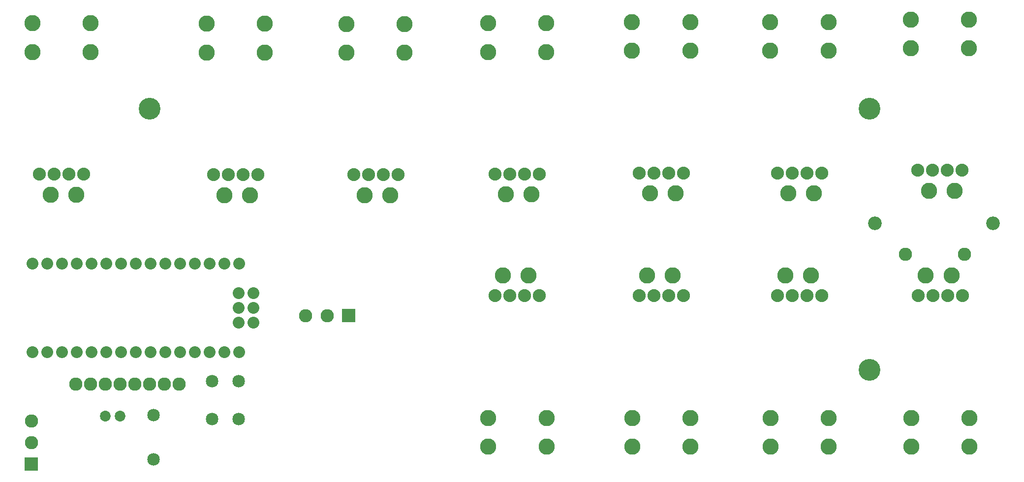
<source format=gts>
G04 MADE WITH FRITZING*
G04 WWW.FRITZING.ORG*
G04 DOUBLE SIDED*
G04 HOLES PLATED*
G04 CONTOUR ON CENTER OF CONTOUR VECTOR*
%ASAXBY*%
%FSLAX23Y23*%
%MOIN*%
%OFA0B0*%
%SFA1.0B1.0*%
%ADD10C,0.090000*%
%ADD11C,0.080000*%
%ADD12C,0.110000*%
%ADD13C,0.088000*%
%ADD14C,0.085000*%
%ADD15C,0.072992*%
%ADD16C,0.147795*%
%ADD17C,0.092000*%
%ADD18C,0.030000*%
%ADD19C,0.027000*%
%ADD20C,0.025748*%
%ADD21R,0.001000X0.001000*%
%LNMASK1*%
G90*
G70*
G54D10*
X581Y662D03*
X681Y662D03*
X781Y662D03*
X881Y662D03*
X981Y662D03*
X1081Y662D03*
X1181Y662D03*
X1281Y662D03*
G54D11*
X1689Y1478D03*
X1589Y1478D03*
X1489Y1478D03*
X1389Y1478D03*
X1289Y1478D03*
X1189Y1478D03*
X1089Y1478D03*
X989Y1478D03*
X889Y1478D03*
X789Y1478D03*
X689Y1478D03*
X589Y1478D03*
X489Y1478D03*
X389Y1478D03*
X289Y1478D03*
X1689Y878D03*
X1589Y878D03*
X1489Y878D03*
X1389Y878D03*
X1289Y878D03*
X1189Y878D03*
X1089Y878D03*
X989Y878D03*
X889Y878D03*
X789Y878D03*
X689Y878D03*
X589Y878D03*
X489Y878D03*
X389Y878D03*
X289Y878D03*
X1785Y1277D03*
X1685Y1277D03*
X1785Y1177D03*
X1685Y1177D03*
X1785Y1077D03*
X1685Y1077D03*
G54D12*
X411Y1945D03*
G54D13*
X337Y2083D03*
X437Y2083D03*
G54D12*
X585Y1945D03*
G54D13*
X537Y2083D03*
X637Y2083D03*
G54D12*
X683Y2910D03*
X683Y3106D03*
X289Y3106D03*
X289Y2910D03*
X1590Y1942D03*
G54D13*
X1516Y2080D03*
X1616Y2080D03*
G54D12*
X1763Y1941D03*
G54D13*
X1716Y2080D03*
X1816Y2080D03*
G54D12*
X1861Y2907D03*
X1861Y3103D03*
X1468Y3103D03*
X1468Y2907D03*
X6514Y1397D03*
G54D13*
X6588Y1259D03*
X6488Y1259D03*
G54D12*
X6340Y1398D03*
G54D13*
X6388Y1259D03*
X6288Y1259D03*
G54D12*
X6242Y432D03*
X6242Y236D03*
X6636Y236D03*
X6636Y432D03*
X5561Y1397D03*
G54D13*
X5635Y1259D03*
X5535Y1259D03*
G54D12*
X5388Y1398D03*
G54D13*
X5435Y1259D03*
X5335Y1259D03*
G54D12*
X5289Y432D03*
X5289Y236D03*
X5683Y236D03*
X5683Y432D03*
X4625Y1397D03*
G54D13*
X4699Y1259D03*
X4599Y1259D03*
G54D12*
X4451Y1398D03*
G54D13*
X4499Y1259D03*
X4399Y1259D03*
G54D12*
X4353Y432D03*
X4353Y236D03*
X4747Y236D03*
X4747Y432D03*
X3649Y1397D03*
G54D13*
X3723Y1259D03*
X3623Y1259D03*
G54D12*
X3476Y1398D03*
G54D13*
X3523Y1259D03*
X3423Y1259D03*
G54D12*
X3377Y432D03*
X3377Y236D03*
X3771Y236D03*
X3771Y432D03*
X6361Y1971D03*
G54D13*
X6287Y2109D03*
X6387Y2109D03*
G54D12*
X6535Y1970D03*
G54D13*
X6487Y2109D03*
X6587Y2109D03*
G54D12*
X6633Y2936D03*
X6633Y3132D03*
X6239Y3132D03*
X6239Y2936D03*
X5409Y1954D03*
G54D13*
X5335Y2092D03*
X5435Y2092D03*
G54D12*
X5582Y1954D03*
G54D13*
X5535Y2092D03*
X5635Y2092D03*
G54D12*
X5681Y2919D03*
X5681Y3115D03*
X5287Y3115D03*
X5287Y2919D03*
X4472Y1954D03*
G54D13*
X4398Y2092D03*
X4498Y2092D03*
G54D12*
X4646Y1954D03*
G54D13*
X4598Y2092D03*
X4698Y2092D03*
G54D12*
X4744Y2919D03*
X4744Y3115D03*
X4350Y3115D03*
X4350Y2919D03*
X3497Y1946D03*
G54D13*
X3423Y2084D03*
X3523Y2084D03*
G54D12*
X3670Y1946D03*
G54D13*
X3623Y2084D03*
X3723Y2084D03*
G54D12*
X3768Y2911D03*
X3768Y3107D03*
X3375Y3107D03*
X3375Y2911D03*
X2538Y1941D03*
G54D13*
X2464Y2079D03*
X2564Y2079D03*
G54D12*
X2712Y1941D03*
G54D13*
X2664Y2079D03*
X2764Y2079D03*
G54D12*
X2810Y2906D03*
X2810Y3102D03*
X2416Y3102D03*
X2416Y2906D03*
G54D10*
X2430Y1125D03*
X2285Y1125D03*
X2140Y1125D03*
X2430Y1125D03*
X2285Y1125D03*
X2140Y1125D03*
X282Y120D03*
X282Y265D03*
X282Y410D03*
X282Y120D03*
X282Y265D03*
X282Y410D03*
G54D14*
X1110Y452D03*
X1110Y152D03*
G54D15*
X782Y445D03*
X881Y445D03*
G54D14*
X1507Y425D03*
X1507Y681D03*
X1684Y425D03*
X1684Y681D03*
G54D16*
X1081Y2527D03*
X5959Y2527D03*
X5959Y756D03*
G54D17*
X5995Y1749D03*
X6795Y1749D03*
G54D10*
X6202Y1541D03*
X6602Y1541D03*
G54D18*
G36*
X551Y692D02*
X611Y692D01*
X611Y632D01*
X551Y632D01*
X551Y692D01*
G37*
D02*
G54D19*
G36*
X1716Y1451D02*
X1663Y1451D01*
X1663Y1504D01*
X1716Y1504D01*
X1716Y1451D01*
G37*
D02*
G54D20*
G36*
X806Y421D02*
X759Y421D01*
X759Y469D01*
X806Y469D01*
X806Y421D01*
G37*
D02*
G54D21*
X2385Y1170D02*
X2474Y1170D01*
X2385Y1169D02*
X2474Y1169D01*
X2385Y1168D02*
X2474Y1168D01*
X2385Y1167D02*
X2474Y1167D01*
X2385Y1166D02*
X2474Y1166D01*
X2385Y1165D02*
X2474Y1165D01*
X2385Y1164D02*
X2474Y1164D01*
X2385Y1163D02*
X2474Y1163D01*
X2385Y1162D02*
X2474Y1162D01*
X2385Y1161D02*
X2474Y1161D01*
X2385Y1160D02*
X2474Y1160D01*
X2385Y1159D02*
X2474Y1159D01*
X2385Y1158D02*
X2474Y1158D01*
X2385Y1157D02*
X2474Y1157D01*
X2385Y1156D02*
X2474Y1156D01*
X2385Y1155D02*
X2474Y1155D01*
X2385Y1154D02*
X2474Y1154D01*
X2385Y1153D02*
X2474Y1153D01*
X2385Y1152D02*
X2474Y1152D01*
X2385Y1151D02*
X2474Y1151D01*
X2385Y1150D02*
X2474Y1150D01*
X2385Y1149D02*
X2474Y1149D01*
X2385Y1148D02*
X2474Y1148D01*
X2385Y1147D02*
X2474Y1147D01*
X2385Y1146D02*
X2474Y1146D01*
X2385Y1145D02*
X2474Y1145D01*
X2385Y1144D02*
X2424Y1144D01*
X2434Y1144D02*
X2474Y1144D01*
X2385Y1143D02*
X2421Y1143D01*
X2437Y1143D02*
X2474Y1143D01*
X2385Y1142D02*
X2419Y1142D01*
X2439Y1142D02*
X2474Y1142D01*
X2385Y1141D02*
X2418Y1141D01*
X2441Y1141D02*
X2474Y1141D01*
X2385Y1140D02*
X2417Y1140D01*
X2442Y1140D02*
X2474Y1140D01*
X2385Y1139D02*
X2415Y1139D01*
X2443Y1139D02*
X2474Y1139D01*
X2385Y1138D02*
X2414Y1138D01*
X2444Y1138D02*
X2474Y1138D01*
X2385Y1137D02*
X2414Y1137D01*
X2445Y1137D02*
X2474Y1137D01*
X2385Y1136D02*
X2413Y1136D01*
X2446Y1136D02*
X2474Y1136D01*
X2385Y1135D02*
X2412Y1135D01*
X2446Y1135D02*
X2474Y1135D01*
X2385Y1134D02*
X2412Y1134D01*
X2447Y1134D02*
X2474Y1134D01*
X2385Y1133D02*
X2411Y1133D01*
X2447Y1133D02*
X2474Y1133D01*
X2385Y1132D02*
X2411Y1132D01*
X2447Y1132D02*
X2474Y1132D01*
X2385Y1131D02*
X2411Y1131D01*
X2448Y1131D02*
X2474Y1131D01*
X2385Y1130D02*
X2411Y1130D01*
X2448Y1130D02*
X2474Y1130D01*
X2385Y1129D02*
X2410Y1129D01*
X2448Y1129D02*
X2474Y1129D01*
X2385Y1128D02*
X2410Y1128D01*
X2448Y1128D02*
X2474Y1128D01*
X2385Y1127D02*
X2410Y1127D01*
X2448Y1127D02*
X2474Y1127D01*
X2385Y1126D02*
X2410Y1126D01*
X2448Y1126D02*
X2474Y1126D01*
X2385Y1125D02*
X2410Y1125D01*
X2448Y1125D02*
X2474Y1125D01*
X2385Y1124D02*
X2410Y1124D01*
X2448Y1124D02*
X2474Y1124D01*
X2385Y1123D02*
X2410Y1123D01*
X2448Y1123D02*
X2474Y1123D01*
X2385Y1122D02*
X2410Y1122D01*
X2448Y1122D02*
X2474Y1122D01*
X2385Y1121D02*
X2411Y1121D01*
X2448Y1121D02*
X2474Y1121D01*
X2385Y1120D02*
X2411Y1120D01*
X2448Y1120D02*
X2474Y1120D01*
X2385Y1119D02*
X2411Y1119D01*
X2447Y1119D02*
X2474Y1119D01*
X2385Y1118D02*
X2412Y1118D01*
X2447Y1118D02*
X2474Y1118D01*
X2385Y1117D02*
X2412Y1117D01*
X2446Y1117D02*
X2474Y1117D01*
X2385Y1116D02*
X2413Y1116D01*
X2446Y1116D02*
X2474Y1116D01*
X2385Y1115D02*
X2413Y1115D01*
X2445Y1115D02*
X2474Y1115D01*
X2385Y1114D02*
X2414Y1114D01*
X2444Y1114D02*
X2474Y1114D01*
X2385Y1113D02*
X2415Y1113D01*
X2443Y1113D02*
X2474Y1113D01*
X2385Y1112D02*
X2416Y1112D01*
X2442Y1112D02*
X2474Y1112D01*
X2385Y1111D02*
X2417Y1111D01*
X2441Y1111D02*
X2474Y1111D01*
X2385Y1110D02*
X2419Y1110D01*
X2440Y1110D02*
X2474Y1110D01*
X2385Y1109D02*
X2421Y1109D01*
X2438Y1109D02*
X2474Y1109D01*
X2385Y1108D02*
X2423Y1108D01*
X2435Y1108D02*
X2474Y1108D01*
X2385Y1107D02*
X2474Y1107D01*
X2385Y1106D02*
X2474Y1106D01*
X2385Y1105D02*
X2474Y1105D01*
X2385Y1104D02*
X2474Y1104D01*
X2385Y1103D02*
X2474Y1103D01*
X2385Y1102D02*
X2474Y1102D01*
X2385Y1101D02*
X2474Y1101D01*
X2385Y1100D02*
X2474Y1100D01*
X2385Y1099D02*
X2474Y1099D01*
X2385Y1098D02*
X2474Y1098D01*
X2385Y1097D02*
X2474Y1097D01*
X2385Y1096D02*
X2474Y1096D01*
X2385Y1095D02*
X2474Y1095D01*
X2385Y1094D02*
X2474Y1094D01*
X2385Y1093D02*
X2474Y1093D01*
X2385Y1092D02*
X2474Y1092D01*
X2385Y1091D02*
X2474Y1091D01*
X2385Y1090D02*
X2474Y1090D01*
X2385Y1089D02*
X2474Y1089D01*
X2385Y1088D02*
X2474Y1088D01*
X2385Y1087D02*
X2474Y1087D01*
X2385Y1086D02*
X2474Y1086D01*
X2385Y1085D02*
X2474Y1085D01*
X2385Y1084D02*
X2474Y1084D01*
X2385Y1083D02*
X2474Y1083D01*
X2385Y1082D02*
X2474Y1082D01*
X2385Y1081D02*
X2473Y1081D01*
X237Y165D02*
X326Y165D01*
X237Y164D02*
X326Y164D01*
X237Y163D02*
X326Y163D01*
X237Y162D02*
X326Y162D01*
X237Y161D02*
X326Y161D01*
X237Y160D02*
X326Y160D01*
X237Y159D02*
X326Y159D01*
X237Y158D02*
X326Y158D01*
X237Y157D02*
X326Y157D01*
X237Y156D02*
X326Y156D01*
X237Y155D02*
X326Y155D01*
X237Y154D02*
X326Y154D01*
X237Y153D02*
X326Y153D01*
X237Y152D02*
X326Y152D01*
X237Y151D02*
X326Y151D01*
X237Y150D02*
X326Y150D01*
X237Y149D02*
X326Y149D01*
X237Y148D02*
X326Y148D01*
X237Y147D02*
X326Y147D01*
X237Y146D02*
X326Y146D01*
X237Y145D02*
X326Y145D01*
X237Y144D02*
X326Y144D01*
X237Y143D02*
X326Y143D01*
X237Y142D02*
X326Y142D01*
X237Y141D02*
X326Y141D01*
X237Y140D02*
X326Y140D01*
X237Y139D02*
X277Y139D01*
X287Y139D02*
X326Y139D01*
X237Y138D02*
X273Y138D01*
X290Y138D02*
X326Y138D01*
X237Y137D02*
X272Y137D01*
X292Y137D02*
X326Y137D01*
X237Y136D02*
X270Y136D01*
X293Y136D02*
X326Y136D01*
X237Y135D02*
X269Y135D01*
X294Y135D02*
X326Y135D01*
X237Y134D02*
X268Y134D01*
X295Y134D02*
X326Y134D01*
X237Y133D02*
X267Y133D01*
X296Y133D02*
X326Y133D01*
X237Y132D02*
X266Y132D01*
X297Y132D02*
X326Y132D01*
X237Y131D02*
X265Y131D01*
X298Y131D02*
X326Y131D01*
X237Y130D02*
X265Y130D01*
X298Y130D02*
X326Y130D01*
X237Y129D02*
X264Y129D01*
X299Y129D02*
X326Y129D01*
X237Y128D02*
X264Y128D01*
X299Y128D02*
X326Y128D01*
X237Y127D02*
X263Y127D01*
X300Y127D02*
X326Y127D01*
X237Y126D02*
X263Y126D01*
X300Y126D02*
X326Y126D01*
X237Y125D02*
X263Y125D01*
X300Y125D02*
X326Y125D01*
X237Y124D02*
X263Y124D01*
X301Y124D02*
X326Y124D01*
X237Y123D02*
X262Y123D01*
X301Y123D02*
X326Y123D01*
X237Y122D02*
X262Y122D01*
X301Y122D02*
X326Y122D01*
X237Y121D02*
X262Y121D01*
X301Y121D02*
X326Y121D01*
X237Y120D02*
X262Y120D01*
X301Y120D02*
X326Y120D01*
X237Y119D02*
X262Y119D01*
X301Y119D02*
X326Y119D01*
X237Y118D02*
X263Y118D01*
X301Y118D02*
X326Y118D01*
X237Y117D02*
X263Y117D01*
X300Y117D02*
X326Y117D01*
X237Y116D02*
X263Y116D01*
X300Y116D02*
X326Y116D01*
X237Y115D02*
X263Y115D01*
X300Y115D02*
X326Y115D01*
X237Y114D02*
X264Y114D01*
X299Y114D02*
X326Y114D01*
X237Y113D02*
X264Y113D01*
X299Y113D02*
X326Y113D01*
X237Y112D02*
X265Y112D01*
X299Y112D02*
X326Y112D01*
X237Y111D02*
X265Y111D01*
X298Y111D02*
X326Y111D01*
X237Y110D02*
X266Y110D01*
X297Y110D02*
X326Y110D01*
X237Y109D02*
X267Y109D01*
X297Y109D02*
X326Y109D01*
X237Y108D02*
X268Y108D01*
X296Y108D02*
X326Y108D01*
X237Y107D02*
X269Y107D01*
X295Y107D02*
X326Y107D01*
X237Y106D02*
X270Y106D01*
X294Y106D02*
X326Y106D01*
X237Y105D02*
X271Y105D01*
X292Y105D02*
X326Y105D01*
X237Y104D02*
X273Y104D01*
X290Y104D02*
X326Y104D01*
X237Y103D02*
X276Y103D01*
X288Y103D02*
X326Y103D01*
X237Y102D02*
X326Y102D01*
X237Y101D02*
X326Y101D01*
X237Y100D02*
X326Y100D01*
X237Y99D02*
X326Y99D01*
X237Y98D02*
X326Y98D01*
X237Y97D02*
X326Y97D01*
X237Y96D02*
X326Y96D01*
X237Y95D02*
X326Y95D01*
X237Y94D02*
X326Y94D01*
X237Y93D02*
X326Y93D01*
X237Y92D02*
X326Y92D01*
X237Y91D02*
X326Y91D01*
X237Y90D02*
X326Y90D01*
X237Y89D02*
X326Y89D01*
X237Y88D02*
X326Y88D01*
X237Y87D02*
X326Y87D01*
X237Y86D02*
X326Y86D01*
X237Y85D02*
X326Y85D01*
X237Y84D02*
X326Y84D01*
X237Y83D02*
X326Y83D01*
X237Y82D02*
X326Y82D01*
X237Y81D02*
X326Y81D01*
X237Y80D02*
X326Y80D01*
X237Y79D02*
X326Y79D01*
X237Y78D02*
X326Y78D01*
X237Y77D02*
X326Y77D01*
X237Y76D02*
X326Y76D01*
D02*
G04 End of Mask1*
M02*
</source>
